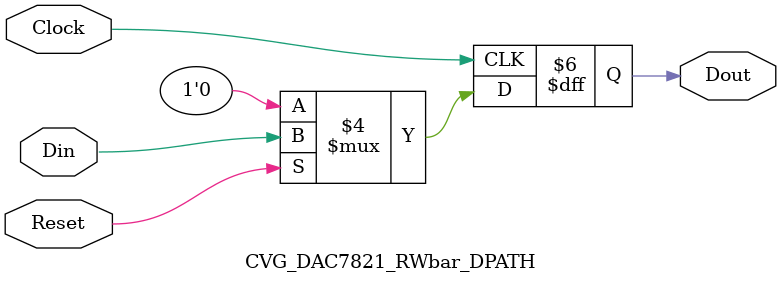
<source format=v>
`timescale	1ns/1ps

module	CVG_DAC7821_RWbar_DPATH(Dout, Din, Clock, Reset)	;

output	Dout	;
reg	Dout	;

input	Din	;
wire	Din	;

input	Clock, Reset	;
wire	Clock, Reset	;


always	@(posedge	Clock)
	begin
		if ( Reset == 1'b1 )
			begin
				Dout <= Din	;
			end
		else
			begin
				Dout <= 1'b0	;
			end
	end

endmodule

</source>
